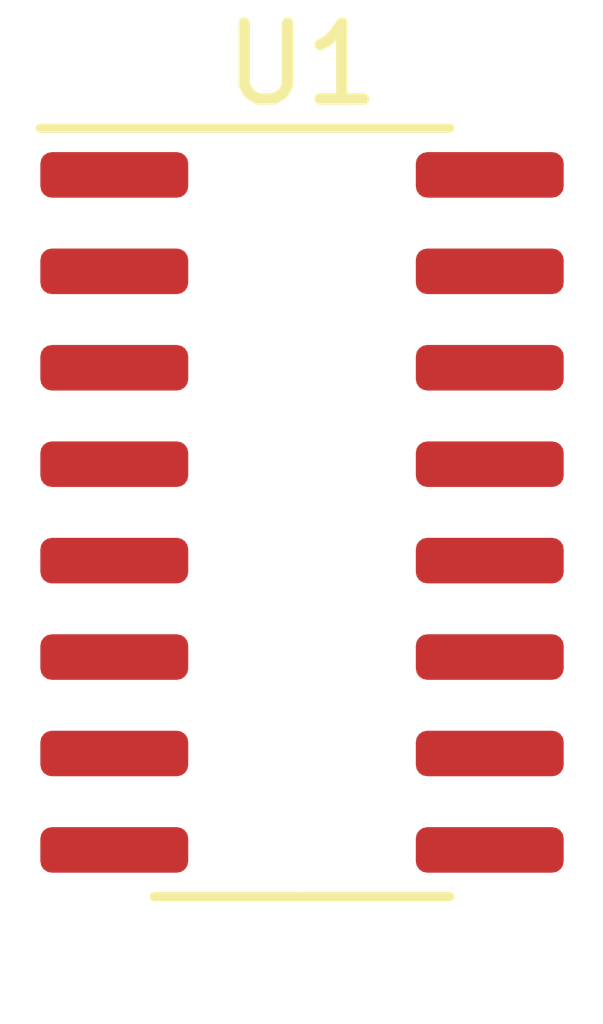
<source format=kicad_pcb>
(kicad_pcb (version 20211014) (generator pcbnew)
  (layers (0 "F.Cu" signal) (31 "B.Cu" signal) (34 "B.Paste" user) (35 "F.Paste" user) (36 "B.SilkS" user "B.Silkscreen") (37 "F.SilkS" user "F.Silkscreen") (38 "B.Mask" user) (39 "F.Mask" user) (44 "Edge.Cuts" user))
  (net 0 "")
  (footprint "Package_SO:SOIC-16_3.9x9.9mm_P1.27mm" (layer "F.Cu") (at 150 100)
    (fp_text reference "U1" (at 0 -5.9) (layer "F.SilkS"))
    (fp_text value "DRV777DR")
    (fp_line (start 0 -5.06) (end -3.45 -5.06) (layer "F.SilkS") (width 0.12))
    (fp_line (start 0 5.06) (end -1.95 5.06) (layer "F.SilkS") (width 0.12))
    (fp_line (start 0 -5.06) (end 1.95 -5.06) (layer "F.SilkS") (width 0.12))
    (fp_line (start 0 5.06) (end 1.95 5.06) (layer "F.SilkS") (width 0.12))
    (pad "1" smd roundrect (at -2.475 -4.445) (size 1.95 0.6) (layers "F.Cu" "F.Paste" "F.Mask"))
    (pad "2" smd roundrect (at -2.475 -3.175) (size 1.95 0.6) (layers "F.Cu" "F.Paste" "F.Mask"))
    (pad "3" smd roundrect (at -2.475 -1.905) (size 1.95 0.6) (layers "F.Cu" "F.Paste" "F.Mask"))
    (pad "4" smd roundrect (at -2.475 -0.635) (size 1.95 0.6) (layers "F.Cu" "F.Paste" "F.Mask"))
    (pad "5" smd roundrect (at -2.475 0.635) (size 1.95 0.6) (layers "F.Cu" "F.Paste" "F.Mask"))
    (pad "6" smd roundrect (at -2.475 1.905) (size 1.95 0.6) (layers "F.Cu" "F.Paste" "F.Mask"))
    (pad "7" smd roundrect (at -2.475 3.175) (size 1.95 0.6) (layers "F.Cu" "F.Paste" "F.Mask"))
    (pad "8" smd roundrect (at -2.475 4.445) (size 1.95 0.6) (layers "F.Cu" "F.Paste" "F.Mask"))
    (pad "9" smd roundrect (at 2.475 4.445) (size 1.95 0.6) (layers "F.Cu" "F.Paste" "F.Mask"))
    (pad "10" smd roundrect (at 2.475 3.175) (size 1.95 0.6) (layers "F.Cu" "F.Paste" "F.Mask"))
    (pad "11" smd roundrect (at 2.475 1.905) (size 1.95 0.6) (layers "F.Cu" "F.Paste" "F.Mask"))
    (pad "12" smd roundrect (at 2.475 0.635) (size 1.95 0.6) (layers "F.Cu" "F.Paste" "F.Mask"))
    (pad "13" smd roundrect (at 2.475 -0.635) (size 1.95 0.6) (layers "F.Cu" "F.Paste" "F.Mask"))
    (pad "14" smd roundrect (at 2.475 -1.905) (size 1.95 0.6) (layers "F.Cu" "F.Paste" "F.Mask"))
    (pad "15" smd roundrect (at 2.475 -3.175) (size 1.95 0.6) (layers "F.Cu" "F.Paste" "F.Mask"))
    (pad "16" smd roundrect (at 2.475 -4.445) (size 1.95 0.6) (layers "F.Cu" "F.Paste" "F.Mask"))
  )
)
</source>
